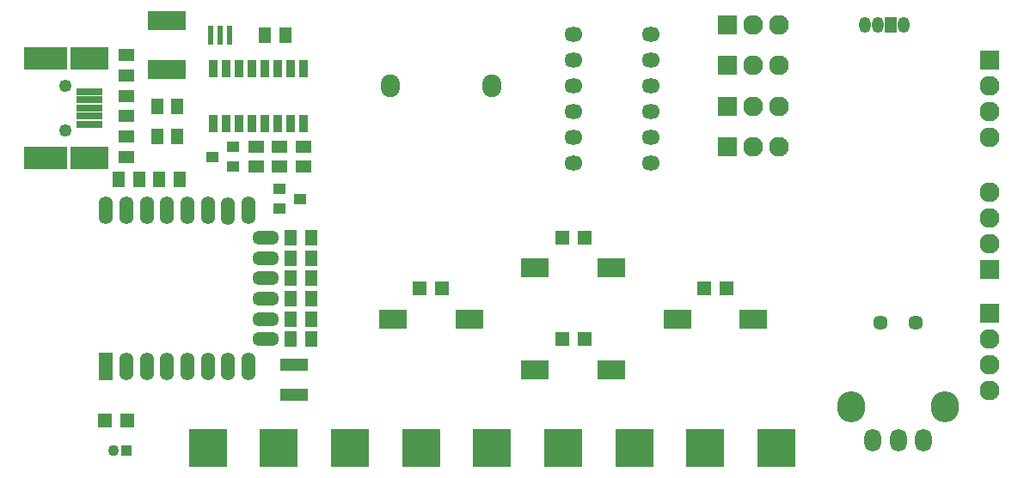
<source format=gts>
G04 #@! TF.GenerationSoftware,KiCad,Pcbnew,no-vcs-found-7650~57~ubuntu14.04.1*
G04 #@! TF.CreationDate,2017-02-13T23:43:47+01:00*
G04 #@! TF.ProjectId,Wifi_PB,576966695F50422E6B696361645F7063,V0.1*
G04 #@! TF.FileFunction,Soldermask,Top*
G04 #@! TF.FilePolarity,Negative*
%FSLAX46Y46*%
G04 Gerber Fmt 4.6, Leading zero omitted, Abs format (unit mm)*
G04 Created by KiCad (PCBNEW no-vcs-found-7650~57~ubuntu14.04.1) date Mon Feb 13 23:43:47 2017*
%MOMM*%
%LPD*%
G01*
G04 APERTURE LIST*
%ADD10C,0.100000*%
%ADD11O,1.778000X1.454000*%
%ADD12R,0.854000X1.754000*%
%ADD13O,1.354000X2.754000*%
%ADD14O,2.654000X1.354000*%
%ADD15R,1.354000X2.754000*%
%ADD16O,1.854000X2.254000*%
%ADD17R,1.504000X1.254000*%
%ADD18R,1.254000X1.504000*%
%ADD19R,2.754000X1.254000*%
%ADD20R,1.454000X1.454000*%
%ADD21O,1.154000X1.554000*%
%ADD22R,1.154000X1.554000*%
%ADD23R,1.954000X1.954000*%
%ADD24O,1.954000X1.954000*%
%ADD25R,3.754000X3.754000*%
%ADD26R,1.154000X1.054000*%
%ADD27R,1.254000X1.554000*%
%ADD28R,1.554000X1.254000*%
%ADD29O,1.654000X2.254000*%
%ADD30O,2.754000X3.054000*%
%ADD31R,2.754000X1.854000*%
%ADD32R,3.754000X1.854000*%
%ADD33R,4.254000X2.304000*%
%ADD34R,3.754000X2.304000*%
%ADD35C,1.254000*%
%ADD36R,2.504000X0.754000*%
%ADD37C,1.104000*%
%ADD38R,1.104000X1.104000*%
%ADD39R,0.554000X1.854000*%
%ADD40C,1.454000*%
G04 APERTURE END LIST*
D10*
D11*
X109000000Y-40920000D03*
X109000000Y-43460000D03*
X109000000Y-46000000D03*
X109000000Y-48540000D03*
X109000000Y-51080000D03*
X109000000Y-53620000D03*
X116620000Y-40920000D03*
X116620000Y-43460000D03*
X116620000Y-46000000D03*
X116620000Y-48540000D03*
X116620000Y-51080000D03*
X116620000Y-53620000D03*
D12*
X82445000Y-49700000D03*
X81175000Y-49700000D03*
X79905000Y-49700000D03*
X78635000Y-49700000D03*
X77365000Y-49700000D03*
X76095000Y-49700000D03*
X74825000Y-49700000D03*
X73555000Y-49700000D03*
X73555000Y-44300000D03*
X74825000Y-44300000D03*
X76095000Y-44300000D03*
X77365000Y-44300000D03*
X78635000Y-44300000D03*
X79905000Y-44300000D03*
X81175000Y-44300000D03*
X82445000Y-44300000D03*
D13*
X63000000Y-58300000D03*
X65000000Y-58300000D03*
X67000000Y-58300000D03*
X69000000Y-58300000D03*
X71000000Y-58300000D03*
X73000000Y-58300000D03*
X75000000Y-58400000D03*
X77000000Y-58300000D03*
D14*
X78750000Y-61010000D03*
X78750000Y-63010000D03*
X78750000Y-65010000D03*
X78750000Y-67010000D03*
X78750000Y-69010000D03*
X78750000Y-71010000D03*
D13*
X77000000Y-73700000D03*
X75000000Y-73700000D03*
X73000000Y-73700000D03*
X71000000Y-73700000D03*
X69000000Y-73700000D03*
X67000000Y-73700000D03*
X65000000Y-73700000D03*
D15*
X63000000Y-73700000D03*
D16*
X101000000Y-46000000D03*
X91000000Y-46000000D03*
D17*
X82450000Y-54000000D03*
X82450000Y-52000000D03*
D18*
X80630000Y-40990000D03*
X78630000Y-40990000D03*
X81200000Y-67000000D03*
X83200000Y-67000000D03*
D19*
X81500000Y-76500000D03*
X81500000Y-73500000D03*
D17*
X65000000Y-45000000D03*
X65000000Y-43000000D03*
X65000000Y-47000000D03*
X65000000Y-49000000D03*
X65000000Y-53000000D03*
X65000000Y-51000000D03*
D20*
X65100000Y-79000000D03*
X62900000Y-79000000D03*
X93900000Y-66000000D03*
X96100000Y-66000000D03*
X110100000Y-61000000D03*
X107900000Y-61000000D03*
X121900000Y-66000000D03*
X124100000Y-66000000D03*
X110100000Y-71000000D03*
X107900000Y-71000000D03*
D21*
X139000000Y-40000000D03*
D22*
X140270000Y-40000000D03*
D21*
X137730000Y-40000000D03*
X141540000Y-40000000D03*
D23*
X124210000Y-40000000D03*
D24*
X126750000Y-40000000D03*
X129290000Y-40000000D03*
X129290000Y-44000000D03*
X126750000Y-44000000D03*
D23*
X124210000Y-44000000D03*
X124210000Y-48000000D03*
D24*
X126750000Y-48000000D03*
X129290000Y-48000000D03*
X129290000Y-52000000D03*
X126750000Y-52000000D03*
D23*
X124210000Y-52000000D03*
D25*
X80000000Y-81700000D03*
X87000000Y-81700000D03*
X94000000Y-81700000D03*
X101000000Y-81700000D03*
X73000000Y-81700000D03*
D23*
X150000000Y-68460000D03*
D24*
X150000000Y-71000000D03*
X150000000Y-73540000D03*
X150000000Y-76080000D03*
X150000000Y-51080000D03*
X150000000Y-48540000D03*
X150000000Y-46000000D03*
D23*
X150000000Y-43460000D03*
D25*
X108000000Y-81700000D03*
X115000000Y-81700000D03*
X122000000Y-81700000D03*
X129000000Y-81700000D03*
D26*
X80075000Y-56200000D03*
X80075000Y-58100000D03*
X82075000Y-57150000D03*
X73500000Y-53000000D03*
X75500000Y-52050000D03*
X75500000Y-53950000D03*
D27*
X83200000Y-65000000D03*
X81200000Y-65000000D03*
X81200000Y-63000000D03*
X83200000Y-63000000D03*
X83200000Y-71000000D03*
X81200000Y-71000000D03*
X81200000Y-69000000D03*
X83200000Y-69000000D03*
X83200000Y-61000000D03*
X81200000Y-61000000D03*
X64250000Y-55250000D03*
X66250000Y-55250000D03*
X70250000Y-55250000D03*
X68250000Y-55250000D03*
D28*
X77750000Y-52000000D03*
X77750000Y-54000000D03*
X80075000Y-52000000D03*
X80075000Y-54000000D03*
D27*
X70000000Y-48000000D03*
X68000000Y-48000000D03*
X68000000Y-51000000D03*
X70000000Y-51000000D03*
D29*
X141000000Y-81000000D03*
X138500000Y-81000000D03*
X143500000Y-81000000D03*
D30*
X136400000Y-77700000D03*
X145600000Y-77700000D03*
D31*
X112750000Y-74000000D03*
X105250000Y-74000000D03*
X119250000Y-69000000D03*
X126750000Y-69000000D03*
X112750000Y-64000000D03*
X105250000Y-64000000D03*
X91250000Y-69000000D03*
X98750000Y-69000000D03*
D32*
X69000000Y-39561600D03*
X69000000Y-44438400D03*
D33*
X57075000Y-53125000D03*
X57075000Y-43275000D03*
D34*
X61325000Y-53125000D03*
X61325000Y-43275000D03*
D35*
X59000000Y-46000000D03*
X59000000Y-50400000D03*
D36*
X61325000Y-49800000D03*
X61325000Y-49000000D03*
X61325000Y-46600000D03*
X61325000Y-47400000D03*
X61325000Y-48200000D03*
D37*
X63750000Y-82000000D03*
D38*
X65000000Y-82000000D03*
D24*
X150000000Y-56480000D03*
X150000000Y-59020000D03*
X150000000Y-61560000D03*
D23*
X150000000Y-64100000D03*
D39*
X75150000Y-41000000D03*
X74200000Y-41000000D03*
X73250000Y-41000000D03*
D40*
X142680000Y-69360000D03*
X139280000Y-69360000D03*
M02*

</source>
